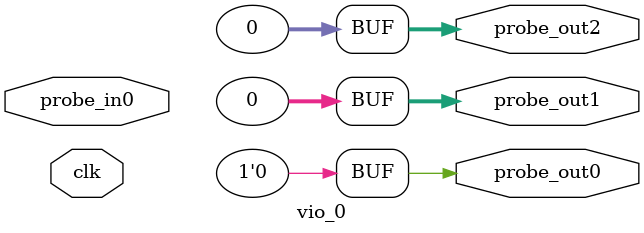
<source format=v>
`timescale 1ns / 1ps
module vio_0 (
clk,
probe_in0,
probe_out0,
probe_out1,
probe_out2
);

input clk;
input [63 : 0] probe_in0;

output reg [0 : 0] probe_out0 = 'h0 ;
output reg [31 : 0] probe_out1 = 'h00000000 ;
output reg [31 : 0] probe_out2 = 'h00000000 ;


endmodule

</source>
